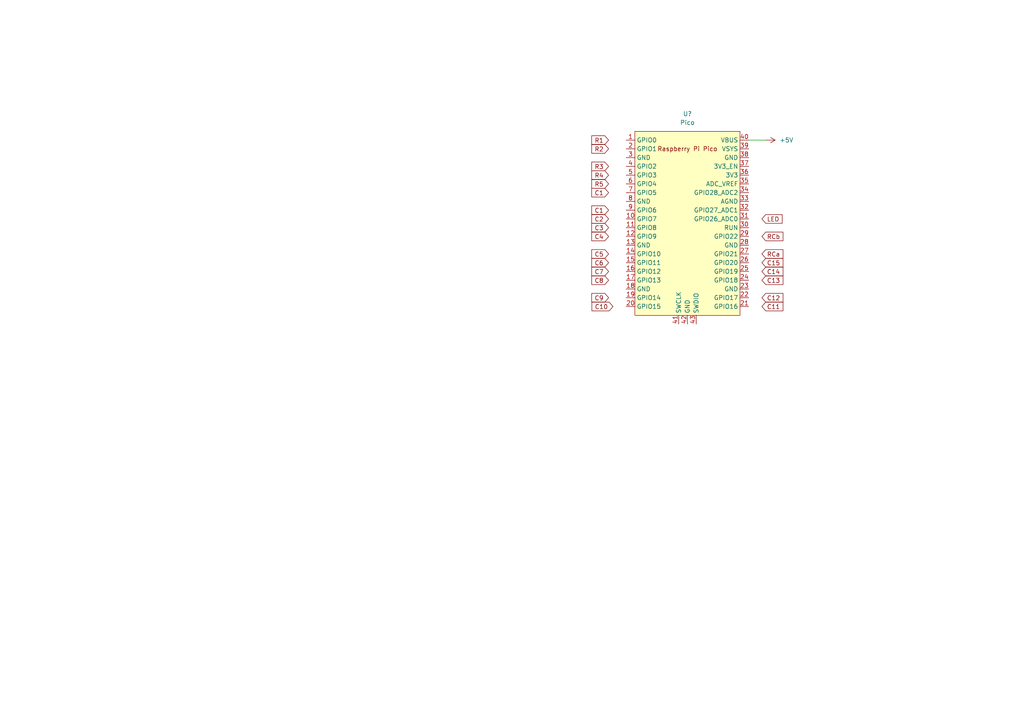
<source format=kicad_sch>
(kicad_sch (version 20211123) (generator eeschema)
  (paper "A4")
  (lib_symbols
    (symbol "MCU_RaspberryPi_and_Boards:Pico"
      (property "Reference" "U" (at -13.97 27.94 0))
      (property "Value" "Pico" (at 0 19.05 0))
      (symbol "Pico_0_0"
        (text "Raspberry Pi Pico" (at 0 21.59 0) (effects (font (size 1.27 1.27))))
      )
      (symbol "Pico_0_1"
        (rectangle (start -15.24 26.67) (end 15.24 -26.67) (fill (type background)))
      )
      (symbol "Pico_1_1"
        (pin bidirectional line (at -17.78 24.13 0) (length 2.54) (name "GPIO0") (number "1"))
        (pin bidirectional line (at -17.78 1.27 0) (length 2.54) (name "GPIO7") (number "10"))
        (pin bidirectional line (at -17.78 -1.27 0) (length 2.54) (name "GPIO8") (number "11"))
        (pin bidirectional line (at -17.78 -3.81 0) (length 2.54) (name "GPIO9") (number "12"))
        (pin power_in line (at -17.78 -6.35 0) (length 2.54) (name "GND") (number "13"))
        (pin bidirectional line (at -17.78 -8.89 0) (length 2.54) (name "GPIO10") (number "14"))
        (pin bidirectional line (at -17.78 -11.43 0) (length 2.54) (name "GPIO11") (number "15"))
        (pin bidirectional line (at -17.78 -13.97 0) (length 2.54) (name "GPIO12") (number "16"))
        (pin bidirectional line (at -17.78 -16.51 0) (length 2.54) (name "GPIO13") (number "17"))
        (pin power_in line (at -17.78 -19.05 0) (length 2.54) (name "GND") (number "18"))
        (pin bidirectional line (at -17.78 -21.59 0) (length 2.54) (name "GPIO14") (number "19"))
        (pin bidirectional line (at -17.78 21.59 0) (length 2.54) (name "GPIO1") (number "2"))
        (pin bidirectional line (at -17.78 -24.13 0) (length 2.54) (name "GPIO15") (number "20"))
        (pin bidirectional line (at 17.78 -24.13 180) (length 2.54) (name "GPIO16") (number "21"))
        (pin bidirectional line (at 17.78 -21.59 180) (length 2.54) (name "GPIO17") (number "22"))
        (pin power_in line (at 17.78 -19.05 180) (length 2.54) (name "GND") (number "23"))
        (pin bidirectional line (at 17.78 -16.51 180) (length 2.54) (name "GPIO18") (number "24"))
        (pin bidirectional line (at 17.78 -13.97 180) (length 2.54) (name "GPIO19") (number "25"))
        (pin bidirectional line (at 17.78 -11.43 180) (length 2.54) (name "GPIO20") (number "26"))
        (pin bidirectional line (at 17.78 -8.89 180) (length 2.54) (name "GPIO21") (number "27"))
        (pin power_in line (at 17.78 -6.35 180) (length 2.54) (name "GND") (number "28"))
        (pin bidirectional line (at 17.78 -3.81 180) (length 2.54) (name "GPIO22") (number "29"))
        (pin power_in line (at -17.78 19.05 0) (length 2.54) (name "GND") (number "3"))
        (pin input line (at 17.78 -1.27 180) (length 2.54) (name "RUN") (number "30"))
        (pin bidirectional line (at 17.78 1.27 180) (length 2.54) (name "GPIO26_ADC0") (number "31"))
        (pin bidirectional line (at 17.78 3.81 180) (length 2.54) (name "GPIO27_ADC1") (number "32"))
        (pin power_in line (at 17.78 6.35 180) (length 2.54) (name "AGND") (number "33"))
        (pin bidirectional line (at 17.78 8.89 180) (length 2.54) (name "GPIO28_ADC2") (number "34"))
        (pin power_in line (at 17.78 11.43 180) (length 2.54) (name "ADC_VREF") (number "35"))
        (pin power_in line (at 17.78 13.97 180) (length 2.54) (name "3V3") (number "36"))
        (pin input line (at 17.78 16.51 180) (length 2.54) (name "3V3_EN") (number "37"))
        (pin bidirectional line (at 17.78 19.05 180) (length 2.54) (name "GND") (number "38"))
        (pin power_in line (at 17.78 21.59 180) (length 2.54) (name "VSYS") (number "39"))
        (pin bidirectional line (at -17.78 16.51 0) (length 2.54) (name "GPIO2") (number "4"))
        (pin power_in line (at 17.78 24.13 180) (length 2.54) (name "VBUS") (number "40"))
        (pin input line (at -2.54 -29.21 90) (length 2.54) (name "SWCLK") (number "41"))
        (pin power_in line (at 0 -29.21 90) (length 2.54) (name "GND") (number "42"))
        (pin bidirectional line (at 2.54 -29.21 90) (length 2.54) (name "SWDIO") (number "43"))
        (pin bidirectional line (at -17.78 13.97 0) (length 2.54) (name "GPIO3") (number "5"))
        (pin bidirectional line (at -17.78 11.43 0) (length 2.54) (name "GPIO4") (number "6"))
        (pin bidirectional line (at -17.78 8.89 0) (length 2.54) (name "GPIO5") (number "7"))
        (pin power_in line (at -17.78 6.35 0) (length 2.54) (name "GND") (number "8"))
        (pin bidirectional line (at -17.78 3.81 0) (length 2.54) (name "GPIO6") (number "9"))
      )
    )
    (symbol "power:+5V" (power) (pin_names (offset 0))
      (property "Value" "+5V" (at 0 3.556 0))
      (symbol "+5V_0_1"
        (polyline (pts (xy -0.762 1.27) (xy 0 2.54)))
        (polyline (pts (xy 0 0) (xy 0 2.54)))
        (polyline (pts (xy 0 2.54) (xy 0.762 1.27)))
      )
      (symbol "+5V_1_1"
        (pin power_in line (at 0 0 90) (length 0) hide (name "+5V") (number "1"))
      )
    )
  )
  (wire (pts (xy 217.17 40.64) (xy 222.25 40.64)))
  (global_label "R3" (shape input) (at 176.53 48.26 180) (property "Intersheet References" "${INTERSHEET_REFS}" (effects hide)))
  (global_label "R4" (shape input) (at 176.53 50.8 180) (property "Intersheet References" "${INTERSHEET_REFS}" (effects hide)))
  (global_label "C13" (shape input) (at 220.98 81.28 0) (property "Intersheet References" "${INTERSHEET_REFS}" (effects hide)))
  (global_label "C6" (shape input) (at 176.53 76.2 180) (property "Intersheet References" "${INTERSHEET_REFS}" (effects hide)))
  (global_label "C15" (shape input) (at 220.98 76.2 0) (property "Intersheet References" "${INTERSHEET_REFS}" (effects hide)))
  (global_label "C4" (shape input) (at 176.53 68.58 180) (property "Intersheet References" "${INTERSHEET_REFS}" (effects hide)))
  (global_label "R1" (shape input) (at 176.53 40.64 180) (property "Intersheet References" "${INTERSHEET_REFS}" (effects hide)))
  (global_label "RCa" (shape input) (at 220.98 73.66 0) (property "Intersheet References" "${INTERSHEET_REFS}" (effects hide)))
  (global_label "C10" (shape input) (at 177.8 88.9 180) (property "Intersheet References" "${INTERSHEET_REFS}" (effects hide)))
  (global_label "C12" (shape input) (at 220.98 86.36 0) (property "Intersheet References" "${INTERSHEET_REFS}" (effects hide)))
  (global_label "C9" (shape input) (at 176.53 86.36 180) (property "Intersheet References" "${INTERSHEET_REFS}" (effects hide)))
  (global_label "C11" (shape input) (at 220.98 88.9 0) (property "Intersheet References" "${INTERSHEET_REFS}" (effects hide)))
  (global_label "C1" (shape input) (at 176.53 60.96 180) (property "Intersheet References" "${INTERSHEET_REFS}" (effects hide)))
  (global_label "R5" (shape input) (at 176.53 53.34 180) (property "Intersheet References" "${INTERSHEET_REFS}" (effects hide)))
  (global_label "C3" (shape input) (at 176.53 66.04 180) (property "Intersheet References" "${INTERSHEET_REFS}" (effects hide)))
  (global_label "C1" (shape input) (at 176.53 55.88 180) (property "Intersheet References" "${INTERSHEET_REFS}" (effects hide)))
  (global_label "C7" (shape input) (at 176.53 78.74 180) (property "Intersheet References" "${INTERSHEET_REFS}" (effects hide)))
  (global_label "C2" (shape input) (at 176.53 63.5 180) (property "Intersheet References" "${INTERSHEET_REFS}" (effects hide)))
  (global_label "R2" (shape input) (at 176.53 43.18 180) (property "Intersheet References" "${INTERSHEET_REFS}" (effects hide)))
  (global_label "C5" (shape input) (at 176.53 73.66 180) (property "Intersheet References" "${INTERSHEET_REFS}" (effects hide)))
  (global_label "RCb" (shape input) (at 220.98 68.58 0) (property "Intersheet References" "${INTERSHEET_REFS}" (effects hide)))
  (global_label "LED" (shape input) (at 220.98 63.5 0) (property "Intersheet References" "${INTERSHEET_REFS}" (effects hide)))
  (global_label "C14" (shape input) (at 220.98 78.74 0) (property "Intersheet References" "${INTERSHEET_REFS}" (effects hide)))
  (global_label "C8" (shape input) (at 176.53 81.28 180) (property "Intersheet References" "${INTERSHEET_REFS}" (effects hide)))
  (symbol (lib_id "MCU_RaspberryPi_and_Boards:Pico") (at 199.39 64.77 0) (unit 1)
    (property "Reference" "U?" (at 199.39 33.02 0))
    (property "Value" "Pico" (at 199.39 35.56 0))
    (property "Footprint" "RPi_Pico:RPi_Pico_SMD_TH" (effects hide))
  )
  (symbol (lib_id "power:+5V") (at 222.25 40.64 270) (unit 1)
    (property "Reference" "#PWR?" (effects hide))
    (property "Value" "+5V" (at 226.06 40.6399 90) (effects (justify left)))
  )
)
</source>
